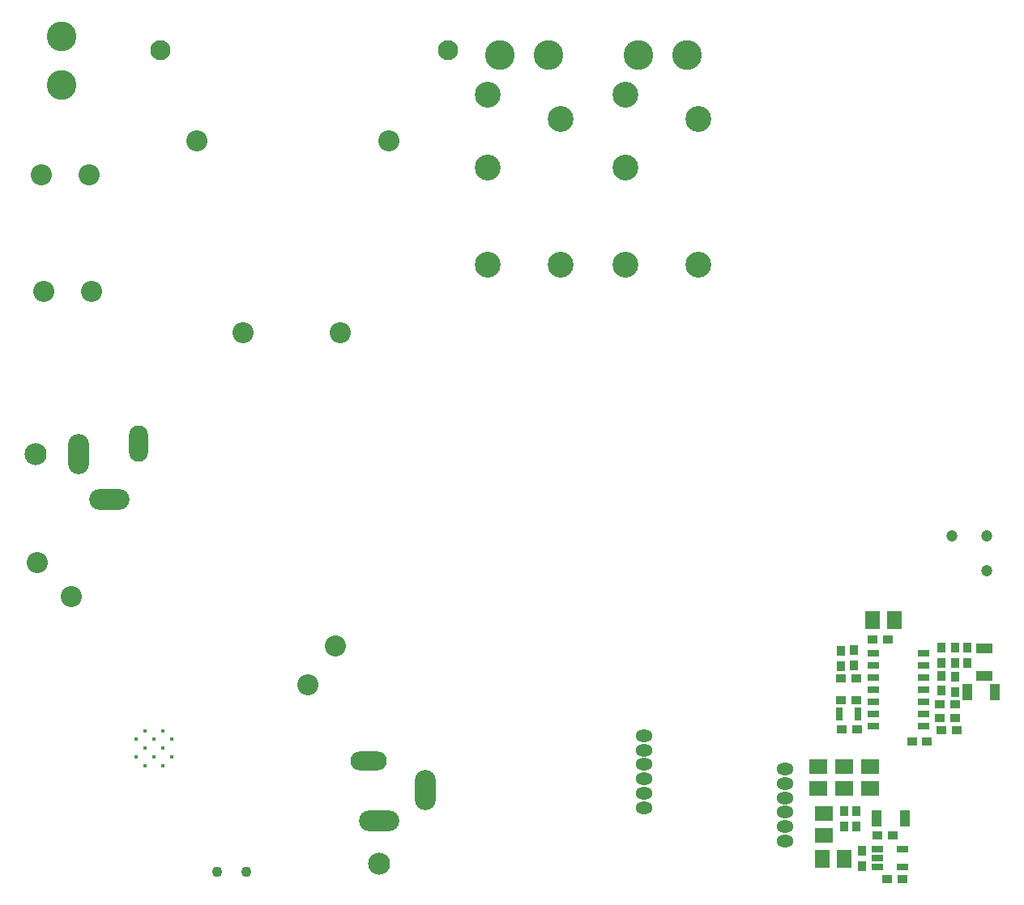
<source format=gbs>
G04*
G04 #@! TF.GenerationSoftware,Altium Limited,Altium Designer,22.8.2 (66)*
G04*
G04 Layer_Color=16711935*
%FSLAX25Y25*%
%MOIN*%
G70*
G04*
G04 #@! TF.SameCoordinates,CEF463C0-22AA-4E03-8404-DDFA2DAA14BC*
G04*
G04*
G04 #@! TF.FilePolarity,Negative*
G04*
G01*
G75*
%ADD55R,0.04194X0.03494*%
%ADD56R,0.03494X0.04194*%
%ADD83R,0.03150X0.05512*%
%ADD86R,0.07493X0.06312*%
%ADD87R,0.06312X0.07493*%
%ADD90C,0.01575*%
%ADD91C,0.08674*%
%ADD92C,0.04343*%
%ADD93C,0.04737*%
%ADD94C,0.10642*%
%ADD95C,0.08268*%
%ADD96O,0.07087X0.05118*%
%ADD97C,0.12205*%
%ADD98C,0.09068*%
%ADD99O,0.16548X0.08674*%
%ADD100O,0.08674X0.16548*%
%ADD101O,0.14973X0.07887*%
%ADD102O,0.07887X0.14973*%
%ADD204R,0.05039X0.02677*%
%ADD205R,0.04724X0.02756*%
%ADD206R,0.03937X0.06693*%
%ADD207R,0.06693X0.03937*%
D55*
X345669Y91732D02*
D03*
X351969D02*
D03*
X351575Y112598D02*
D03*
X345275D02*
D03*
X351575Y103543D02*
D03*
X345275D02*
D03*
X385826Y101969D02*
D03*
X392126D02*
D03*
X360236Y48031D02*
D03*
X366536D02*
D03*
X392914Y91339D02*
D03*
X386614D02*
D03*
X364568Y128740D02*
D03*
X358268D02*
D03*
X380709Y86614D02*
D03*
X374409D02*
D03*
X364173Y29921D02*
D03*
X370473D02*
D03*
X392127Y96457D02*
D03*
X385827D02*
D03*
D56*
X350394Y124410D02*
D03*
Y118110D02*
D03*
X346457Y57874D02*
D03*
Y51574D02*
D03*
X351575Y57874D02*
D03*
Y51574D02*
D03*
X353937Y41733D02*
D03*
Y35433D02*
D03*
X386614Y125198D02*
D03*
Y118898D02*
D03*
X397244Y118897D02*
D03*
Y125197D02*
D03*
X386614Y113780D02*
D03*
Y107480D02*
D03*
X345276Y117717D02*
D03*
Y124016D02*
D03*
X392126Y118898D02*
D03*
Y125198D02*
D03*
Y107086D02*
D03*
Y113386D02*
D03*
D83*
X352165Y98032D02*
D03*
X344685D02*
D03*
D86*
X335827Y67323D02*
D03*
Y76323D02*
D03*
X346457Y76153D02*
D03*
Y67154D02*
D03*
X357087D02*
D03*
Y76153D02*
D03*
X338189Y48087D02*
D03*
Y57087D02*
D03*
D87*
X358098Y136614D02*
D03*
X367098D02*
D03*
X346457Y38189D02*
D03*
X337457D02*
D03*
D90*
X55374Y80246D02*
D03*
Y87471D02*
D03*
X58986Y76634D02*
D03*
Y83858D02*
D03*
Y91083D02*
D03*
X62598Y80246D02*
D03*
Y87471D02*
D03*
X66211Y76634D02*
D03*
Y83858D02*
D03*
Y91083D02*
D03*
X69823Y80246D02*
D03*
Y87471D02*
D03*
D91*
X99213Y255118D02*
D03*
X139370D02*
D03*
X80315Y333858D02*
D03*
X159055D02*
D03*
X125984Y109843D02*
D03*
X137275Y125968D02*
D03*
X16142Y320079D02*
D03*
X35827D02*
D03*
X17323Y272047D02*
D03*
X37008D02*
D03*
X14567Y160236D02*
D03*
X28486Y146317D02*
D03*
D92*
X100394Y33071D02*
D03*
X88583D02*
D03*
D93*
X390976Y171229D02*
D03*
X405118D02*
D03*
X405118Y157087D02*
D03*
D94*
X286693Y342835D02*
D03*
Y282835D02*
D03*
X256693Y352835D02*
D03*
Y322835D02*
D03*
Y282835D02*
D03*
X229921Y342913D02*
D03*
Y282913D02*
D03*
X199921Y352913D02*
D03*
Y322913D02*
D03*
Y282913D02*
D03*
D95*
X65354Y371260D02*
D03*
X183465D02*
D03*
D96*
X264173Y59449D02*
D03*
Y65354D02*
D03*
Y71260D02*
D03*
Y77165D02*
D03*
Y83071D02*
D03*
Y88976D02*
D03*
X322047Y75197D02*
D03*
Y69291D02*
D03*
Y63386D02*
D03*
Y57480D02*
D03*
Y51575D02*
D03*
Y45669D02*
D03*
D97*
X204724Y369291D02*
D03*
X224724D02*
D03*
X261811D02*
D03*
X281811D02*
D03*
X24409Y377087D02*
D03*
Y357087D02*
D03*
D98*
X155315Y36220D02*
D03*
X13780Y205118D02*
D03*
D99*
X155315Y53937D02*
D03*
X44094Y186221D02*
D03*
D100*
X174213Y66535D02*
D03*
X31496Y205118D02*
D03*
D101*
X150984Y78740D02*
D03*
D102*
X56299Y209449D02*
D03*
D204*
X358425Y92874D02*
D03*
Y97874D02*
D03*
Y102874D02*
D03*
Y107874D02*
D03*
Y112874D02*
D03*
Y117874D02*
D03*
Y122874D02*
D03*
X379370Y92874D02*
D03*
Y97874D02*
D03*
Y102874D02*
D03*
Y107874D02*
D03*
Y112874D02*
D03*
Y117874D02*
D03*
Y122874D02*
D03*
D205*
X360236Y34843D02*
D03*
Y38583D02*
D03*
Y42323D02*
D03*
X370473D02*
D03*
Y34843D02*
D03*
D206*
X371457Y55118D02*
D03*
X360039Y55118D02*
D03*
X408502Y106961D02*
D03*
X397085D02*
D03*
D207*
X404205Y113545D02*
D03*
Y124962D02*
D03*
M02*

</source>
